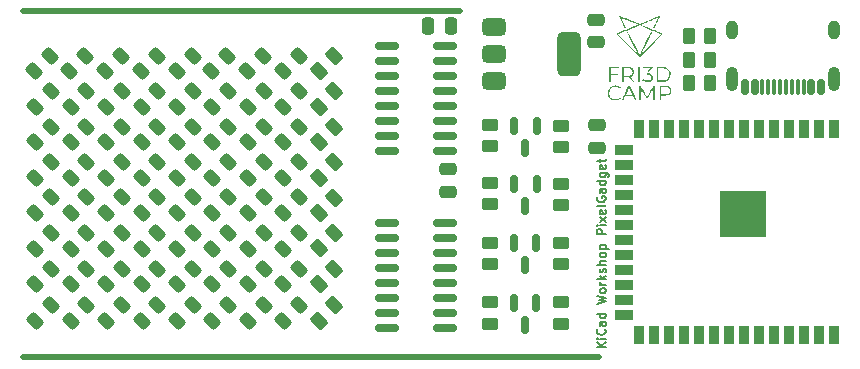
<source format=gbr>
%TF.GenerationSoftware,KiCad,Pcbnew,7.0.11-7.0.11~ubuntu22.04.1*%
%TF.CreationDate,2024-08-16T07:19:45+02:00*%
%TF.ProjectId,Fri3dGadget,46726933-6447-4616-9467-65742e6b6963,rev?*%
%TF.SameCoordinates,Original*%
%TF.FileFunction,Soldermask,Top*%
%TF.FilePolarity,Negative*%
%FSLAX46Y46*%
G04 Gerber Fmt 4.6, Leading zero omitted, Abs format (unit mm)*
G04 Created by KiCad (PCBNEW 7.0.11-7.0.11~ubuntu22.04.1) date 2024-08-16 07:19:45*
%MOMM*%
%LPD*%
G01*
G04 APERTURE LIST*
G04 Aperture macros list*
%AMRoundRect*
0 Rectangle with rounded corners*
0 $1 Rounding radius*
0 $2 $3 $4 $5 $6 $7 $8 $9 X,Y pos of 4 corners*
0 Add a 4 corners polygon primitive as box body*
4,1,4,$2,$3,$4,$5,$6,$7,$8,$9,$2,$3,0*
0 Add four circle primitives for the rounded corners*
1,1,$1+$1,$2,$3*
1,1,$1+$1,$4,$5*
1,1,$1+$1,$6,$7*
1,1,$1+$1,$8,$9*
0 Add four rect primitives between the rounded corners*
20,1,$1+$1,$2,$3,$4,$5,0*
20,1,$1+$1,$4,$5,$6,$7,0*
20,1,$1+$1,$6,$7,$8,$9,0*
20,1,$1+$1,$8,$9,$2,$3,0*%
G04 Aperture macros list end*
%ADD10C,0.500000*%
%ADD11C,0.150000*%
%ADD12RoundRect,0.250000X0.262500X0.450000X-0.262500X0.450000X-0.262500X-0.450000X0.262500X-0.450000X0*%
%ADD13RoundRect,0.250000X0.450000X-0.262500X0.450000X0.262500X-0.450000X0.262500X-0.450000X-0.262500X0*%
%ADD14RoundRect,0.243750X0.150260X-0.494975X0.494975X-0.150260X-0.150260X0.494975X-0.494975X0.150260X0*%
%ADD15RoundRect,0.250000X0.132583X-0.503814X0.503814X-0.132583X-0.132583X0.503814X-0.503814X0.132583X0*%
%ADD16RoundRect,0.250000X-0.475000X0.250000X-0.475000X-0.250000X0.475000X-0.250000X0.475000X0.250000X0*%
%ADD17RoundRect,0.375000X-0.625000X-0.375000X0.625000X-0.375000X0.625000X0.375000X-0.625000X0.375000X0*%
%ADD18RoundRect,0.500000X-0.500000X-1.400000X0.500000X-1.400000X0.500000X1.400000X-0.500000X1.400000X0*%
%ADD19RoundRect,0.250000X-0.450000X0.262500X-0.450000X-0.262500X0.450000X-0.262500X0.450000X0.262500X0*%
%ADD20R,0.900000X1.500000*%
%ADD21R,1.500000X0.900000*%
%ADD22C,0.600000*%
%ADD23R,3.900000X3.900000*%
%ADD24RoundRect,0.150000X-0.150000X0.587500X-0.150000X-0.587500X0.150000X-0.587500X0.150000X0.587500X0*%
%ADD25RoundRect,0.250000X0.250000X0.475000X-0.250000X0.475000X-0.250000X-0.475000X0.250000X-0.475000X0*%
%ADD26RoundRect,0.150000X-0.825000X-0.150000X0.825000X-0.150000X0.825000X0.150000X-0.825000X0.150000X0*%
%ADD27RoundRect,0.150000X0.150000X0.500000X-0.150000X0.500000X-0.150000X-0.500000X0.150000X-0.500000X0*%
%ADD28RoundRect,0.075000X0.075000X0.575000X-0.075000X0.575000X-0.075000X-0.575000X0.075000X-0.575000X0*%
%ADD29O,1.000000X2.100000*%
%ADD30O,1.000000X1.600000*%
%ADD31RoundRect,0.250000X0.475000X-0.250000X0.475000X0.250000X-0.475000X0.250000X-0.475000X-0.250000X0*%
G04 APERTURE END LIST*
D10*
X103600000Y-43900000D02*
X66600000Y-43900000D01*
X115350000Y-73200000D02*
X66600000Y-73200000D01*
D11*
X115900414Y-72372744D02*
X115150414Y-72372744D01*
X115900414Y-71944173D02*
X115471842Y-72265601D01*
X115150414Y-71944173D02*
X115578985Y-72372744D01*
X115900414Y-71622744D02*
X115400414Y-71622744D01*
X115150414Y-71622744D02*
X115186128Y-71658458D01*
X115186128Y-71658458D02*
X115221842Y-71622744D01*
X115221842Y-71622744D02*
X115186128Y-71587030D01*
X115186128Y-71587030D02*
X115150414Y-71622744D01*
X115150414Y-71622744D02*
X115221842Y-71622744D01*
X115828985Y-70837030D02*
X115864700Y-70872744D01*
X115864700Y-70872744D02*
X115900414Y-70979887D01*
X115900414Y-70979887D02*
X115900414Y-71051315D01*
X115900414Y-71051315D02*
X115864700Y-71158458D01*
X115864700Y-71158458D02*
X115793271Y-71229887D01*
X115793271Y-71229887D02*
X115721842Y-71265601D01*
X115721842Y-71265601D02*
X115578985Y-71301315D01*
X115578985Y-71301315D02*
X115471842Y-71301315D01*
X115471842Y-71301315D02*
X115328985Y-71265601D01*
X115328985Y-71265601D02*
X115257557Y-71229887D01*
X115257557Y-71229887D02*
X115186128Y-71158458D01*
X115186128Y-71158458D02*
X115150414Y-71051315D01*
X115150414Y-71051315D02*
X115150414Y-70979887D01*
X115150414Y-70979887D02*
X115186128Y-70872744D01*
X115186128Y-70872744D02*
X115221842Y-70837030D01*
X115900414Y-70194173D02*
X115507557Y-70194173D01*
X115507557Y-70194173D02*
X115436128Y-70229887D01*
X115436128Y-70229887D02*
X115400414Y-70301315D01*
X115400414Y-70301315D02*
X115400414Y-70444173D01*
X115400414Y-70444173D02*
X115436128Y-70515601D01*
X115864700Y-70194173D02*
X115900414Y-70265601D01*
X115900414Y-70265601D02*
X115900414Y-70444173D01*
X115900414Y-70444173D02*
X115864700Y-70515601D01*
X115864700Y-70515601D02*
X115793271Y-70551315D01*
X115793271Y-70551315D02*
X115721842Y-70551315D01*
X115721842Y-70551315D02*
X115650414Y-70515601D01*
X115650414Y-70515601D02*
X115614700Y-70444173D01*
X115614700Y-70444173D02*
X115614700Y-70265601D01*
X115614700Y-70265601D02*
X115578985Y-70194173D01*
X115900414Y-69515602D02*
X115150414Y-69515602D01*
X115864700Y-69515602D02*
X115900414Y-69587030D01*
X115900414Y-69587030D02*
X115900414Y-69729887D01*
X115900414Y-69729887D02*
X115864700Y-69801316D01*
X115864700Y-69801316D02*
X115828985Y-69837030D01*
X115828985Y-69837030D02*
X115757557Y-69872744D01*
X115757557Y-69872744D02*
X115543271Y-69872744D01*
X115543271Y-69872744D02*
X115471842Y-69837030D01*
X115471842Y-69837030D02*
X115436128Y-69801316D01*
X115436128Y-69801316D02*
X115400414Y-69729887D01*
X115400414Y-69729887D02*
X115400414Y-69587030D01*
X115400414Y-69587030D02*
X115436128Y-69515602D01*
X115150414Y-68658459D02*
X115900414Y-68479887D01*
X115900414Y-68479887D02*
X115364700Y-68337030D01*
X115364700Y-68337030D02*
X115900414Y-68194173D01*
X115900414Y-68194173D02*
X115150414Y-68015602D01*
X115900414Y-67622744D02*
X115864700Y-67694173D01*
X115864700Y-67694173D02*
X115828985Y-67729887D01*
X115828985Y-67729887D02*
X115757557Y-67765601D01*
X115757557Y-67765601D02*
X115543271Y-67765601D01*
X115543271Y-67765601D02*
X115471842Y-67729887D01*
X115471842Y-67729887D02*
X115436128Y-67694173D01*
X115436128Y-67694173D02*
X115400414Y-67622744D01*
X115400414Y-67622744D02*
X115400414Y-67515601D01*
X115400414Y-67515601D02*
X115436128Y-67444173D01*
X115436128Y-67444173D02*
X115471842Y-67408459D01*
X115471842Y-67408459D02*
X115543271Y-67372744D01*
X115543271Y-67372744D02*
X115757557Y-67372744D01*
X115757557Y-67372744D02*
X115828985Y-67408459D01*
X115828985Y-67408459D02*
X115864700Y-67444173D01*
X115864700Y-67444173D02*
X115900414Y-67515601D01*
X115900414Y-67515601D02*
X115900414Y-67622744D01*
X115900414Y-67051316D02*
X115400414Y-67051316D01*
X115543271Y-67051316D02*
X115471842Y-67015602D01*
X115471842Y-67015602D02*
X115436128Y-66979888D01*
X115436128Y-66979888D02*
X115400414Y-66908459D01*
X115400414Y-66908459D02*
X115400414Y-66837030D01*
X115900414Y-66587030D02*
X115150414Y-66587030D01*
X115614700Y-66515602D02*
X115900414Y-66301316D01*
X115400414Y-66301316D02*
X115686128Y-66587030D01*
X115864700Y-66015601D02*
X115900414Y-65944173D01*
X115900414Y-65944173D02*
X115900414Y-65801316D01*
X115900414Y-65801316D02*
X115864700Y-65729887D01*
X115864700Y-65729887D02*
X115793271Y-65694173D01*
X115793271Y-65694173D02*
X115757557Y-65694173D01*
X115757557Y-65694173D02*
X115686128Y-65729887D01*
X115686128Y-65729887D02*
X115650414Y-65801316D01*
X115650414Y-65801316D02*
X115650414Y-65908459D01*
X115650414Y-65908459D02*
X115614700Y-65979887D01*
X115614700Y-65979887D02*
X115543271Y-66015601D01*
X115543271Y-66015601D02*
X115507557Y-66015601D01*
X115507557Y-66015601D02*
X115436128Y-65979887D01*
X115436128Y-65979887D02*
X115400414Y-65908459D01*
X115400414Y-65908459D02*
X115400414Y-65801316D01*
X115400414Y-65801316D02*
X115436128Y-65729887D01*
X115900414Y-65372744D02*
X115150414Y-65372744D01*
X115900414Y-65051316D02*
X115507557Y-65051316D01*
X115507557Y-65051316D02*
X115436128Y-65087030D01*
X115436128Y-65087030D02*
X115400414Y-65158458D01*
X115400414Y-65158458D02*
X115400414Y-65265601D01*
X115400414Y-65265601D02*
X115436128Y-65337030D01*
X115436128Y-65337030D02*
X115471842Y-65372744D01*
X115900414Y-64587030D02*
X115864700Y-64658459D01*
X115864700Y-64658459D02*
X115828985Y-64694173D01*
X115828985Y-64694173D02*
X115757557Y-64729887D01*
X115757557Y-64729887D02*
X115543271Y-64729887D01*
X115543271Y-64729887D02*
X115471842Y-64694173D01*
X115471842Y-64694173D02*
X115436128Y-64658459D01*
X115436128Y-64658459D02*
X115400414Y-64587030D01*
X115400414Y-64587030D02*
X115400414Y-64479887D01*
X115400414Y-64479887D02*
X115436128Y-64408459D01*
X115436128Y-64408459D02*
X115471842Y-64372745D01*
X115471842Y-64372745D02*
X115543271Y-64337030D01*
X115543271Y-64337030D02*
X115757557Y-64337030D01*
X115757557Y-64337030D02*
X115828985Y-64372745D01*
X115828985Y-64372745D02*
X115864700Y-64408459D01*
X115864700Y-64408459D02*
X115900414Y-64479887D01*
X115900414Y-64479887D02*
X115900414Y-64587030D01*
X115400414Y-64015602D02*
X116150414Y-64015602D01*
X115436128Y-64015602D02*
X115400414Y-63944174D01*
X115400414Y-63944174D02*
X115400414Y-63801316D01*
X115400414Y-63801316D02*
X115436128Y-63729888D01*
X115436128Y-63729888D02*
X115471842Y-63694174D01*
X115471842Y-63694174D02*
X115543271Y-63658459D01*
X115543271Y-63658459D02*
X115757557Y-63658459D01*
X115757557Y-63658459D02*
X115828985Y-63694174D01*
X115828985Y-63694174D02*
X115864700Y-63729888D01*
X115864700Y-63729888D02*
X115900414Y-63801316D01*
X115900414Y-63801316D02*
X115900414Y-63944174D01*
X115900414Y-63944174D02*
X115864700Y-64015602D01*
X115900414Y-62765602D02*
X115150414Y-62765602D01*
X115150414Y-62765602D02*
X115150414Y-62479888D01*
X115150414Y-62479888D02*
X115186128Y-62408459D01*
X115186128Y-62408459D02*
X115221842Y-62372745D01*
X115221842Y-62372745D02*
X115293271Y-62337031D01*
X115293271Y-62337031D02*
X115400414Y-62337031D01*
X115400414Y-62337031D02*
X115471842Y-62372745D01*
X115471842Y-62372745D02*
X115507557Y-62408459D01*
X115507557Y-62408459D02*
X115543271Y-62479888D01*
X115543271Y-62479888D02*
X115543271Y-62765602D01*
X115900414Y-62015602D02*
X115400414Y-62015602D01*
X115150414Y-62015602D02*
X115186128Y-62051316D01*
X115186128Y-62051316D02*
X115221842Y-62015602D01*
X115221842Y-62015602D02*
X115186128Y-61979888D01*
X115186128Y-61979888D02*
X115150414Y-62015602D01*
X115150414Y-62015602D02*
X115221842Y-62015602D01*
X115900414Y-61729888D02*
X115400414Y-61337031D01*
X115400414Y-61729888D02*
X115900414Y-61337031D01*
X115864700Y-60765602D02*
X115900414Y-60837030D01*
X115900414Y-60837030D02*
X115900414Y-60979888D01*
X115900414Y-60979888D02*
X115864700Y-61051316D01*
X115864700Y-61051316D02*
X115793271Y-61087030D01*
X115793271Y-61087030D02*
X115507557Y-61087030D01*
X115507557Y-61087030D02*
X115436128Y-61051316D01*
X115436128Y-61051316D02*
X115400414Y-60979888D01*
X115400414Y-60979888D02*
X115400414Y-60837030D01*
X115400414Y-60837030D02*
X115436128Y-60765602D01*
X115436128Y-60765602D02*
X115507557Y-60729888D01*
X115507557Y-60729888D02*
X115578985Y-60729888D01*
X115578985Y-60729888D02*
X115650414Y-61087030D01*
X115900414Y-60301316D02*
X115864700Y-60372745D01*
X115864700Y-60372745D02*
X115793271Y-60408459D01*
X115793271Y-60408459D02*
X115150414Y-60408459D01*
X115186128Y-59622745D02*
X115150414Y-59694174D01*
X115150414Y-59694174D02*
X115150414Y-59801316D01*
X115150414Y-59801316D02*
X115186128Y-59908459D01*
X115186128Y-59908459D02*
X115257557Y-59979888D01*
X115257557Y-59979888D02*
X115328985Y-60015602D01*
X115328985Y-60015602D02*
X115471842Y-60051316D01*
X115471842Y-60051316D02*
X115578985Y-60051316D01*
X115578985Y-60051316D02*
X115721842Y-60015602D01*
X115721842Y-60015602D02*
X115793271Y-59979888D01*
X115793271Y-59979888D02*
X115864700Y-59908459D01*
X115864700Y-59908459D02*
X115900414Y-59801316D01*
X115900414Y-59801316D02*
X115900414Y-59729888D01*
X115900414Y-59729888D02*
X115864700Y-59622745D01*
X115864700Y-59622745D02*
X115828985Y-59587031D01*
X115828985Y-59587031D02*
X115578985Y-59587031D01*
X115578985Y-59587031D02*
X115578985Y-59729888D01*
X115900414Y-58944174D02*
X115507557Y-58944174D01*
X115507557Y-58944174D02*
X115436128Y-58979888D01*
X115436128Y-58979888D02*
X115400414Y-59051316D01*
X115400414Y-59051316D02*
X115400414Y-59194174D01*
X115400414Y-59194174D02*
X115436128Y-59265602D01*
X115864700Y-58944174D02*
X115900414Y-59015602D01*
X115900414Y-59015602D02*
X115900414Y-59194174D01*
X115900414Y-59194174D02*
X115864700Y-59265602D01*
X115864700Y-59265602D02*
X115793271Y-59301316D01*
X115793271Y-59301316D02*
X115721842Y-59301316D01*
X115721842Y-59301316D02*
X115650414Y-59265602D01*
X115650414Y-59265602D02*
X115614700Y-59194174D01*
X115614700Y-59194174D02*
X115614700Y-59015602D01*
X115614700Y-59015602D02*
X115578985Y-58944174D01*
X115900414Y-58265603D02*
X115150414Y-58265603D01*
X115864700Y-58265603D02*
X115900414Y-58337031D01*
X115900414Y-58337031D02*
X115900414Y-58479888D01*
X115900414Y-58479888D02*
X115864700Y-58551317D01*
X115864700Y-58551317D02*
X115828985Y-58587031D01*
X115828985Y-58587031D02*
X115757557Y-58622745D01*
X115757557Y-58622745D02*
X115543271Y-58622745D01*
X115543271Y-58622745D02*
X115471842Y-58587031D01*
X115471842Y-58587031D02*
X115436128Y-58551317D01*
X115436128Y-58551317D02*
X115400414Y-58479888D01*
X115400414Y-58479888D02*
X115400414Y-58337031D01*
X115400414Y-58337031D02*
X115436128Y-58265603D01*
X115400414Y-57587032D02*
X116007557Y-57587032D01*
X116007557Y-57587032D02*
X116078985Y-57622746D01*
X116078985Y-57622746D02*
X116114700Y-57658460D01*
X116114700Y-57658460D02*
X116150414Y-57729889D01*
X116150414Y-57729889D02*
X116150414Y-57837032D01*
X116150414Y-57837032D02*
X116114700Y-57908460D01*
X115864700Y-57587032D02*
X115900414Y-57658460D01*
X115900414Y-57658460D02*
X115900414Y-57801317D01*
X115900414Y-57801317D02*
X115864700Y-57872746D01*
X115864700Y-57872746D02*
X115828985Y-57908460D01*
X115828985Y-57908460D02*
X115757557Y-57944174D01*
X115757557Y-57944174D02*
X115543271Y-57944174D01*
X115543271Y-57944174D02*
X115471842Y-57908460D01*
X115471842Y-57908460D02*
X115436128Y-57872746D01*
X115436128Y-57872746D02*
X115400414Y-57801317D01*
X115400414Y-57801317D02*
X115400414Y-57658460D01*
X115400414Y-57658460D02*
X115436128Y-57587032D01*
X115864700Y-56944175D02*
X115900414Y-57015603D01*
X115900414Y-57015603D02*
X115900414Y-57158461D01*
X115900414Y-57158461D02*
X115864700Y-57229889D01*
X115864700Y-57229889D02*
X115793271Y-57265603D01*
X115793271Y-57265603D02*
X115507557Y-57265603D01*
X115507557Y-57265603D02*
X115436128Y-57229889D01*
X115436128Y-57229889D02*
X115400414Y-57158461D01*
X115400414Y-57158461D02*
X115400414Y-57015603D01*
X115400414Y-57015603D02*
X115436128Y-56944175D01*
X115436128Y-56944175D02*
X115507557Y-56908461D01*
X115507557Y-56908461D02*
X115578985Y-56908461D01*
X115578985Y-56908461D02*
X115650414Y-57265603D01*
X115400414Y-56694175D02*
X115400414Y-56408461D01*
X115150414Y-56587032D02*
X115793271Y-56587032D01*
X115793271Y-56587032D02*
X115864700Y-56551318D01*
X115864700Y-56551318D02*
X115900414Y-56479889D01*
X115900414Y-56479889D02*
X115900414Y-56408461D01*
%TO.C,G\u002A\u002A\u002A*%
G36*
X118769953Y-49246818D02*
G01*
X118769953Y-49875334D01*
X118700118Y-49875334D01*
X118630283Y-49875334D01*
X118630283Y-49246818D01*
X118630283Y-48618303D01*
X118700118Y-48618303D01*
X118769953Y-48618303D01*
X118769953Y-49246818D01*
G37*
G36*
X117054007Y-48668185D02*
G01*
X117054007Y-48718068D01*
X116684879Y-48718068D01*
X116315750Y-48718068D01*
X116315750Y-48966984D01*
X116315750Y-49215901D01*
X116639985Y-49221383D01*
X116964219Y-49226866D01*
X116970532Y-49281736D01*
X116976846Y-49336606D01*
X116646298Y-49336606D01*
X116315750Y-49336606D01*
X116315750Y-49605970D01*
X116315750Y-49875334D01*
X116245915Y-49875334D01*
X116176080Y-49875334D01*
X116176080Y-49246818D01*
X116176080Y-48618303D01*
X116615043Y-48618303D01*
X117054007Y-48618303D01*
X117054007Y-48668185D01*
G37*
G36*
X120934171Y-50196483D02*
G01*
X121053500Y-50203170D01*
X121146189Y-50216107D01*
X121218801Y-50236760D01*
X121277900Y-50266595D01*
X121330049Y-50307078D01*
X121343952Y-50320183D01*
X121391719Y-50375338D01*
X121429693Y-50433838D01*
X121436609Y-50448338D01*
X121458083Y-50536272D01*
X121461138Y-50640910D01*
X121446319Y-50743842D01*
X121426086Y-50803968D01*
X121372717Y-50891751D01*
X121299690Y-50958664D01*
X121203017Y-51006372D01*
X121078715Y-51036540D01*
X120922798Y-51050837D01*
X120831453Y-51052553D01*
X120605617Y-51052553D01*
X120605617Y-51252082D01*
X120605617Y-51451610D01*
X120535782Y-51451610D01*
X120465947Y-51451610D01*
X120465947Y-50823095D01*
X120465947Y-50288956D01*
X120605617Y-50288956D01*
X120605617Y-50610896D01*
X120605617Y-50932836D01*
X120840824Y-50932836D01*
X120946631Y-50931892D01*
X121022328Y-50928157D01*
X121077685Y-50920272D01*
X121122472Y-50906880D01*
X121163890Y-50887942D01*
X121250466Y-50832215D01*
X121302820Y-50766992D01*
X121326631Y-50683359D01*
X121329621Y-50627882D01*
X121316408Y-50518050D01*
X121274544Y-50433027D01*
X121200691Y-50366774D01*
X121177648Y-50352890D01*
X121136395Y-50332904D01*
X121090144Y-50318905D01*
X121029805Y-50309374D01*
X120946284Y-50302792D01*
X120851617Y-50298433D01*
X120605617Y-50288956D01*
X120465947Y-50288956D01*
X120465947Y-50194580D01*
X120781638Y-50194580D01*
X120934171Y-50196483D01*
G37*
G36*
X120570699Y-48621921D02*
G01*
X120703028Y-48624802D01*
X120802569Y-48628348D01*
X120876438Y-48633364D01*
X120931754Y-48640653D01*
X120975634Y-48651020D01*
X121015194Y-48665268D01*
X121036575Y-48674547D01*
X121167182Y-48754175D01*
X121270693Y-48860940D01*
X121344102Y-48990164D01*
X121384403Y-49137169D01*
X121391402Y-49226629D01*
X121380530Y-49379106D01*
X121342084Y-49508298D01*
X121272879Y-49622508D01*
X121214174Y-49688390D01*
X121145547Y-49750023D01*
X121074361Y-49797020D01*
X120994014Y-49831168D01*
X120897904Y-49854253D01*
X120779430Y-49868065D01*
X120631990Y-49874389D01*
X120523704Y-49875334D01*
X120206560Y-49875334D01*
X120206560Y-49759290D01*
X120325596Y-49759290D01*
X120620241Y-49752073D01*
X120739691Y-49748456D01*
X120827085Y-49743672D01*
X120890271Y-49736675D01*
X120937097Y-49726421D01*
X120975414Y-49711862D01*
X120994698Y-49702181D01*
X121106277Y-49621306D01*
X121190096Y-49516660D01*
X121243874Y-49395184D01*
X121265329Y-49263820D01*
X121252178Y-49129512D01*
X121216508Y-49027337D01*
X121150319Y-48918549D01*
X121063795Y-48836522D01*
X120954792Y-48775334D01*
X120907009Y-48756260D01*
X120858190Y-48743342D01*
X120798909Y-48735374D01*
X120719737Y-48731149D01*
X120611247Y-48729460D01*
X120595640Y-48729370D01*
X120336253Y-48728044D01*
X120330924Y-49243667D01*
X120325596Y-49759290D01*
X120206560Y-49759290D01*
X120206560Y-49245234D01*
X120206560Y-48615134D01*
X120570699Y-48621921D01*
G37*
G36*
X116886024Y-50197954D02*
G01*
X117018362Y-50235060D01*
X117124772Y-50298043D01*
X117148504Y-50318722D01*
X117178065Y-50350450D01*
X117179530Y-50373121D01*
X117160625Y-50397558D01*
X117129346Y-50425767D01*
X117099631Y-50429871D01*
X117059345Y-50408784D01*
X117027734Y-50385632D01*
X116928569Y-50332662D01*
X116809127Y-50303723D01*
X116681552Y-50299586D01*
X116557991Y-50321017D01*
X116481547Y-50351053D01*
X116369922Y-50428431D01*
X116285373Y-50528684D01*
X116228786Y-50645099D01*
X116201046Y-50770963D01*
X116203040Y-50899563D01*
X116235652Y-51024185D01*
X116299770Y-51138117D01*
X116367994Y-51211573D01*
X116455646Y-51277197D01*
X116545297Y-51317180D01*
X116650349Y-51336196D01*
X116734761Y-51339532D01*
X116858087Y-51331194D01*
X116956183Y-51302991D01*
X117040322Y-51251175D01*
X117065388Y-51229683D01*
X117095270Y-51205734D01*
X117117198Y-51207105D01*
X117147819Y-51235776D01*
X117151753Y-51239958D01*
X117196808Y-51287916D01*
X117107103Y-51349634D01*
X116967093Y-51422305D01*
X116812450Y-51459876D01*
X116649694Y-51461083D01*
X116583260Y-51451000D01*
X116435812Y-51402977D01*
X116308002Y-51324308D01*
X116203382Y-51220254D01*
X116125502Y-51096077D01*
X116077912Y-50957039D01*
X116064163Y-50808402D01*
X116076787Y-50700429D01*
X116111429Y-50575458D01*
X116162140Y-50474474D01*
X116237025Y-50382359D01*
X116259234Y-50360145D01*
X116358429Y-50277946D01*
X116461612Y-50224178D01*
X116579558Y-50194806D01*
X116723044Y-50185794D01*
X116724784Y-50185793D01*
X116886024Y-50197954D01*
G37*
G36*
X120066890Y-50821831D02*
G01*
X120066890Y-51451610D01*
X119997403Y-51451610D01*
X119927917Y-51451610D01*
X119922580Y-50959136D01*
X119917243Y-50466662D01*
X119677809Y-50879704D01*
X119598052Y-51016053D01*
X119535066Y-51120625D01*
X119486609Y-51196730D01*
X119450442Y-51247675D01*
X119424323Y-51276772D01*
X119406012Y-51287327D01*
X119401743Y-51287379D01*
X119377360Y-51267413D01*
X119335270Y-51212382D01*
X119275826Y-51122805D01*
X119199378Y-50999204D01*
X119136060Y-50892930D01*
X119069210Y-50779916D01*
X119008387Y-50678119D01*
X118956733Y-50592712D01*
X118917388Y-50528868D01*
X118893491Y-50491760D01*
X118888363Y-50484894D01*
X118882383Y-50497845D01*
X118877439Y-50548139D01*
X118873629Y-50633225D01*
X118871055Y-50750549D01*
X118869817Y-50897561D01*
X118869717Y-50958775D01*
X118869717Y-51451610D01*
X118809859Y-51451610D01*
X118750000Y-51451610D01*
X118750000Y-50823095D01*
X118750000Y-50194580D01*
X118805117Y-50194580D01*
X118823032Y-50196822D01*
X118841369Y-50206105D01*
X118862830Y-50226261D01*
X118890119Y-50261125D01*
X118925937Y-50314529D01*
X118972988Y-50390308D01*
X119033974Y-50492294D01*
X119111598Y-50624321D01*
X119128672Y-50653496D01*
X119200301Y-50775280D01*
X119265520Y-50884884D01*
X119321604Y-50977830D01*
X119365827Y-51049642D01*
X119395464Y-51095844D01*
X119407766Y-51111962D01*
X119420162Y-51095265D01*
X119449620Y-51048452D01*
X119493422Y-50976064D01*
X119548849Y-50882641D01*
X119613180Y-50772725D01*
X119679567Y-50658034D01*
X119758825Y-50520787D01*
X119821163Y-50414280D01*
X119869372Y-50334559D01*
X119906244Y-50277664D01*
X119934567Y-50239640D01*
X119957134Y-50216530D01*
X119976735Y-50204377D01*
X119996160Y-50199223D01*
X120003801Y-50198304D01*
X120066890Y-50192051D01*
X120066890Y-50821831D01*
G37*
G36*
X119596184Y-48618526D02*
G01*
X119699171Y-48619485D01*
X119772322Y-48621619D01*
X119820671Y-48625363D01*
X119849252Y-48631156D01*
X119863100Y-48639433D01*
X119867249Y-48650633D01*
X119867361Y-48653816D01*
X119855466Y-48681502D01*
X119822767Y-48733523D01*
X119773738Y-48803338D01*
X119712857Y-48884403D01*
X119686655Y-48917923D01*
X119505949Y-49146517D01*
X119610574Y-49173025D01*
X119683234Y-49196579D01*
X119749348Y-49226396D01*
X119773652Y-49241154D01*
X119831429Y-49301801D01*
X119877262Y-49385802D01*
X119903262Y-49476814D01*
X119906390Y-49516182D01*
X119894278Y-49594046D01*
X119863069Y-49678392D01*
X119820455Y-49751079D01*
X119794625Y-49779797D01*
X119715085Y-49829261D01*
X119609714Y-49865098D01*
X119490984Y-49884891D01*
X119371364Y-49886221D01*
X119298704Y-49875967D01*
X119173293Y-49840366D01*
X119073596Y-49791686D01*
X119046706Y-49773727D01*
X119009591Y-49742611D01*
X119001695Y-49716163D01*
X119012108Y-49689424D01*
X119031025Y-49654117D01*
X119039142Y-49640440D01*
X119057538Y-49646118D01*
X119101220Y-49666298D01*
X119155234Y-49693759D01*
X119282712Y-49745219D01*
X119410090Y-49768175D01*
X119529998Y-49762866D01*
X119635065Y-49729533D01*
X119710891Y-49675722D01*
X119747729Y-49630566D01*
X119764270Y-49581107D01*
X119767596Y-49522157D01*
X119755109Y-49427848D01*
X119715725Y-49356850D01*
X119646564Y-49306671D01*
X119544744Y-49274818D01*
X119468804Y-49263675D01*
X119402067Y-49255279D01*
X119365936Y-49244798D01*
X119351191Y-49227611D01*
X119348586Y-49203381D01*
X119361734Y-49165592D01*
X119399521Y-49102372D01*
X119459463Y-49017565D01*
X119517667Y-48941848D01*
X119686747Y-48728044D01*
X119368020Y-48722561D01*
X119049293Y-48717079D01*
X119049293Y-48667691D01*
X119049293Y-48618303D01*
X119458327Y-48618303D01*
X119596184Y-48618526D01*
G37*
G36*
X117781018Y-48620144D02*
G01*
X117899717Y-48626709D01*
X117991731Y-48639566D01*
X118063605Y-48660279D01*
X118121889Y-48690414D01*
X118173128Y-48731539D01*
X118195328Y-48753728D01*
X118266540Y-48850483D01*
X118303491Y-48959012D01*
X118311037Y-49050908D01*
X118294618Y-49165681D01*
X118249150Y-49270956D01*
X118180324Y-49357336D01*
X118093825Y-49415426D01*
X118089212Y-49417389D01*
X118049237Y-49436128D01*
X118031729Y-49448656D01*
X118031697Y-49448929D01*
X118042497Y-49466485D01*
X118071300Y-49508757D01*
X118112711Y-49568133D01*
X118161337Y-49637002D01*
X118211782Y-49707754D01*
X118258652Y-49772776D01*
X118296552Y-49824458D01*
X118316244Y-49850393D01*
X118320011Y-49866755D01*
X118293318Y-49873869D01*
X118258610Y-49874662D01*
X118225151Y-49872972D01*
X118197863Y-49864921D01*
X118170820Y-49845027D01*
X118138093Y-49807811D01*
X118093755Y-49747792D01*
X118042772Y-49675133D01*
X117904201Y-49476276D01*
X117678633Y-49476276D01*
X117453064Y-49476276D01*
X117453064Y-49675805D01*
X117453064Y-49875334D01*
X117383229Y-49875334D01*
X117313394Y-49875334D01*
X117313394Y-49246818D01*
X117313394Y-48712680D01*
X117453064Y-48712680D01*
X117453064Y-49034620D01*
X117453064Y-49356559D01*
X117693139Y-49356559D01*
X117830090Y-49353610D01*
X117931478Y-49344877D01*
X117995383Y-49330532D01*
X117998352Y-49329343D01*
X118054859Y-49295324D01*
X118109642Y-49246829D01*
X118117428Y-49238024D01*
X118149272Y-49193332D01*
X118165592Y-49146382D01*
X118171111Y-49081044D01*
X118171367Y-49053826D01*
X118161942Y-48947628D01*
X118130494Y-48868388D01*
X118072263Y-48807083D01*
X118025095Y-48776613D01*
X117983842Y-48756628D01*
X117937591Y-48742629D01*
X117877252Y-48733097D01*
X117793731Y-48726515D01*
X117699064Y-48722157D01*
X117453064Y-48712680D01*
X117313394Y-48712680D01*
X117313394Y-48618303D01*
X117629085Y-48618303D01*
X117781018Y-48620144D01*
G37*
G36*
X117890255Y-50195202D02*
G01*
X117961862Y-50195825D01*
X118221249Y-50767219D01*
X118286224Y-50910466D01*
X118346812Y-51044267D01*
X118400787Y-51163684D01*
X118445919Y-51263779D01*
X118479980Y-51339612D01*
X118500741Y-51386245D01*
X118505109Y-51396288D01*
X118529582Y-51453963D01*
X118456993Y-51447799D01*
X118421782Y-51443110D01*
X118396105Y-51431271D01*
X118373777Y-51404912D01*
X118348615Y-51356663D01*
X118314434Y-51279156D01*
X118313329Y-51276590D01*
X118242253Y-51111546D01*
X117885943Y-51116967D01*
X117529634Y-51122388D01*
X117458034Y-51286999D01*
X117423366Y-51365092D01*
X117398236Y-51413519D01*
X117376614Y-51439362D01*
X117352472Y-51449698D01*
X117319779Y-51451609D01*
X117317850Y-51451610D01*
X117271745Y-51447412D01*
X117258154Y-51432534D01*
X117260477Y-51422395D01*
X117271217Y-51397741D01*
X117296507Y-51341299D01*
X117334305Y-51257578D01*
X117382570Y-51151084D01*
X117439260Y-51026323D01*
X117451919Y-50998521D01*
X117592734Y-50998521D01*
X117611540Y-51003420D01*
X117663378Y-51007583D01*
X117741375Y-51010685D01*
X117838658Y-51012406D01*
X117894162Y-51012647D01*
X118014324Y-51011916D01*
X118099053Y-51009468D01*
X118152798Y-51004921D01*
X118180009Y-50997894D01*
X118185137Y-50988005D01*
X118185016Y-50987706D01*
X118158445Y-50926344D01*
X118122890Y-50846058D01*
X118081585Y-50753943D01*
X118037765Y-50657096D01*
X117994663Y-50562612D01*
X117955514Y-50477587D01*
X117923552Y-50409117D01*
X117902012Y-50364297D01*
X117894447Y-50350227D01*
X117883747Y-50363738D01*
X117860199Y-50406911D01*
X117827001Y-50472873D01*
X117787352Y-50554749D01*
X117744453Y-50645665D01*
X117701502Y-50738747D01*
X117661698Y-50827121D01*
X117628241Y-50903912D01*
X117604329Y-50962247D01*
X117593163Y-50995251D01*
X117592734Y-50998521D01*
X117451919Y-50998521D01*
X117502334Y-50887802D01*
X117545168Y-50793880D01*
X117818648Y-50194580D01*
X117890255Y-50195202D01*
G37*
G36*
X117053069Y-44282840D02*
G01*
X117111525Y-44306043D01*
X117199167Y-44341381D01*
X117312153Y-44387287D01*
X117446639Y-44442198D01*
X117598784Y-44504548D01*
X117764743Y-44572772D01*
X117914931Y-44634680D01*
X118765879Y-44985867D01*
X119638370Y-44626401D01*
X119814110Y-44554246D01*
X119978375Y-44487284D01*
X120127530Y-44426963D01*
X120257943Y-44374729D01*
X120365981Y-44332028D01*
X120448010Y-44300308D01*
X120500399Y-44281013D01*
X120519491Y-44275566D01*
X120513509Y-44295140D01*
X120491826Y-44344715D01*
X120457156Y-44418889D01*
X120412211Y-44512261D01*
X120359706Y-44619428D01*
X120302353Y-44734989D01*
X120242866Y-44853541D01*
X120183958Y-44969682D01*
X120128342Y-45078012D01*
X120078732Y-45173126D01*
X120037841Y-45249625D01*
X120008383Y-45302105D01*
X119993070Y-45325165D01*
X119991992Y-45325775D01*
X119963973Y-45315935D01*
X119947172Y-45306490D01*
X119939913Y-45295282D01*
X119941292Y-45272857D01*
X119953002Y-45235065D01*
X119976736Y-45177752D01*
X120014184Y-45096768D01*
X120067041Y-44987960D01*
X120122825Y-44875549D01*
X120180992Y-44758233D01*
X120232252Y-44653393D01*
X120274190Y-44566089D01*
X120304392Y-44501379D01*
X120320443Y-44464324D01*
X120322322Y-44457501D01*
X120303371Y-44463497D01*
X120252492Y-44482854D01*
X120174582Y-44513560D01*
X120074540Y-44553605D01*
X119957264Y-44600978D01*
X119827652Y-44653670D01*
X119690602Y-44709669D01*
X119551013Y-44766966D01*
X119413783Y-44823549D01*
X119283809Y-44877408D01*
X119165991Y-44926533D01*
X119065226Y-44968914D01*
X118986413Y-45002539D01*
X118934449Y-45025398D01*
X118914276Y-45035436D01*
X118922398Y-45048920D01*
X118951750Y-45063746D01*
X119001661Y-45083349D01*
X119080110Y-45114950D01*
X119182730Y-45156736D01*
X119305157Y-45206894D01*
X119443022Y-45263613D01*
X119591962Y-45325079D01*
X119747609Y-45389479D01*
X119905598Y-45455000D01*
X120061562Y-45519831D01*
X120211136Y-45582158D01*
X120349953Y-45640168D01*
X120473648Y-45692049D01*
X120577854Y-45735987D01*
X120658206Y-45770171D01*
X120710337Y-45792788D01*
X120729861Y-45802003D01*
X120718532Y-45818055D01*
X120681113Y-45859948D01*
X120619823Y-45925399D01*
X120536882Y-46012124D01*
X120434510Y-46117838D01*
X120314925Y-46240259D01*
X120180347Y-46377102D01*
X120032997Y-46526083D01*
X119875092Y-46684919D01*
X119752096Y-46808117D01*
X118759828Y-47800236D01*
X117763970Y-46804230D01*
X116804829Y-45844945D01*
X116954375Y-45844945D01*
X116968081Y-45860470D01*
X117007600Y-45901649D01*
X117070461Y-45965984D01*
X117154193Y-46050978D01*
X117256323Y-46154135D01*
X117374380Y-46272957D01*
X117505893Y-46404948D01*
X117648390Y-46547611D01*
X117783883Y-46682965D01*
X118613523Y-47510919D01*
X118161498Y-46605161D01*
X118058397Y-46398326D01*
X117972093Y-46224304D01*
X117901445Y-46080261D01*
X117845309Y-45963366D01*
X117802542Y-45870786D01*
X117772001Y-45799688D01*
X117752543Y-45747239D01*
X117743026Y-45710608D01*
X117742306Y-45686961D01*
X117749241Y-45673465D01*
X117762687Y-45667289D01*
X117781502Y-45665599D01*
X117782384Y-45665584D01*
X117794863Y-45682858D01*
X117823336Y-45732607D01*
X117866089Y-45811545D01*
X117921411Y-45916384D01*
X117987587Y-46043838D01*
X118062905Y-46190621D01*
X118145651Y-46353445D01*
X118234113Y-46529023D01*
X118276190Y-46613040D01*
X118366594Y-46793345D01*
X118451903Y-46962421D01*
X118530420Y-47116982D01*
X118600451Y-47253742D01*
X118660302Y-47369416D01*
X118708277Y-47460716D01*
X118742681Y-47524358D01*
X118761821Y-47557056D01*
X118765035Y-47560801D01*
X118776566Y-47543476D01*
X118804144Y-47493692D01*
X118846073Y-47414735D01*
X118900659Y-47309890D01*
X118966207Y-47182443D01*
X119041023Y-47035680D01*
X119123411Y-46872888D01*
X119211676Y-46697351D01*
X119253880Y-46613040D01*
X119344280Y-46432746D01*
X119429581Y-46263691D01*
X119508088Y-46109159D01*
X119578107Y-45972435D01*
X119637944Y-45856804D01*
X119685905Y-45765549D01*
X119720294Y-45701955D01*
X119739419Y-45669307D01*
X119742628Y-45665584D01*
X119770728Y-45675447D01*
X119787549Y-45684922D01*
X119791970Y-45694289D01*
X119789430Y-45714692D01*
X119778684Y-45748860D01*
X119758490Y-45799527D01*
X119727603Y-45869423D01*
X119684780Y-45961281D01*
X119628775Y-46077830D01*
X119558346Y-46221804D01*
X119472249Y-46395933D01*
X119371976Y-46597460D01*
X118926473Y-47490966D01*
X119746092Y-46672990D01*
X119895445Y-46523736D01*
X120036022Y-46382864D01*
X120165336Y-46252892D01*
X120280899Y-46136340D01*
X120380223Y-46035727D01*
X120460820Y-45953572D01*
X120520201Y-45892395D01*
X120555879Y-45854715D01*
X120565711Y-45843056D01*
X120547832Y-45833326D01*
X120496555Y-45810004D01*
X120415424Y-45774596D01*
X120307981Y-45728608D01*
X120177770Y-45673544D01*
X120028332Y-45610910D01*
X119863210Y-45542212D01*
X119685948Y-45468955D01*
X119665884Y-45460693D01*
X118766056Y-45090287D01*
X117860282Y-45462583D01*
X117681287Y-45536352D01*
X117514028Y-45605666D01*
X117362037Y-45669036D01*
X117228846Y-45724969D01*
X117117987Y-45771976D01*
X117032991Y-45808565D01*
X116977392Y-45833245D01*
X116954721Y-45844527D01*
X116954375Y-45844945D01*
X116804829Y-45844945D01*
X116768113Y-45808223D01*
X116836236Y-45780004D01*
X116868269Y-45766782D01*
X116933210Y-45740017D01*
X117027066Y-45701354D01*
X117145842Y-45652437D01*
X117285544Y-45594910D01*
X117442179Y-45530420D01*
X117611752Y-45460609D01*
X117770240Y-45395369D01*
X117981018Y-45308284D01*
X118156867Y-45234871D01*
X118299972Y-45174146D01*
X118412520Y-45125124D01*
X118496697Y-45086819D01*
X118554690Y-45058246D01*
X118588685Y-45038421D01*
X118600868Y-45026359D01*
X118598284Y-45022282D01*
X118512032Y-44984987D01*
X118404892Y-44939781D01*
X118281654Y-44888583D01*
X118147108Y-44833310D01*
X118006044Y-44775883D01*
X117863253Y-44718219D01*
X117723524Y-44662237D01*
X117591647Y-44609856D01*
X117472414Y-44562994D01*
X117370614Y-44523571D01*
X117291036Y-44493505D01*
X117238473Y-44474714D01*
X117217712Y-44469118D01*
X117217582Y-44469246D01*
X117224397Y-44490680D01*
X117246821Y-44542417D01*
X117282384Y-44619182D01*
X117328620Y-44715699D01*
X117383060Y-44826694D01*
X117411920Y-44884643D01*
X117476523Y-45014090D01*
X117524851Y-45112503D01*
X117558627Y-45184463D01*
X117579575Y-45234553D01*
X117589419Y-45267354D01*
X117589883Y-45287449D01*
X117582689Y-45299418D01*
X117570870Y-45307150D01*
X117536683Y-45321842D01*
X117523411Y-45322708D01*
X117513302Y-45303867D01*
X117487652Y-45253789D01*
X117448719Y-45176949D01*
X117398763Y-45077827D01*
X117340044Y-44960897D01*
X117274823Y-44830639D01*
X117254331Y-44789641D01*
X117174583Y-44628793D01*
X117112629Y-44500913D01*
X117067484Y-44403761D01*
X117038164Y-44335094D01*
X117023684Y-44292670D01*
X117023060Y-44274247D01*
X117027641Y-44273336D01*
X117053069Y-44282840D01*
G37*
%TD*%
D12*
%TO.C,R3*%
X124762500Y-46000000D03*
X122937500Y-46000000D03*
%TD*%
D13*
%TO.C,R11*%
X112100000Y-65325000D03*
X112100000Y-63500000D03*
%TD*%
D14*
%TO.C,D51*%
X79600000Y-67017678D03*
X80925826Y-65691852D03*
%TD*%
D12*
%TO.C,R2*%
X124762500Y-48000000D03*
X122937500Y-48000000D03*
%TD*%
D15*
%TO.C,R8*%
X91600000Y-60982322D03*
X92890470Y-59691852D03*
%TD*%
D14*
%TO.C,D9*%
X67600000Y-52000000D03*
X68925826Y-50674174D03*
%TD*%
%TO.C,D41*%
X73600000Y-61000000D03*
X74925826Y-59674174D03*
%TD*%
D15*
%TO.C,R15*%
X91600000Y-63982322D03*
X92890470Y-62691852D03*
%TD*%
D14*
%TO.C,D36*%
X67600000Y-70125826D03*
X68925826Y-68800000D03*
%TD*%
D15*
%TO.C,R6*%
X91600000Y-54982322D03*
X92890470Y-53691852D03*
%TD*%
D13*
%TO.C,R17*%
X112100000Y-55412500D03*
X112100000Y-53587500D03*
%TD*%
D14*
%TO.C,D25*%
X79600000Y-55000000D03*
X80925826Y-53674174D03*
%TD*%
D16*
%TO.C,C2*%
X102550000Y-57275000D03*
X102550000Y-59175000D03*
%TD*%
D14*
%TO.C,D43*%
X73600000Y-67017678D03*
X74925826Y-65691852D03*
%TD*%
D17*
%TO.C,U4*%
X106450000Y-45200000D03*
X106450000Y-47500000D03*
D18*
X112750000Y-47500000D03*
D17*
X106450000Y-49800000D03*
%TD*%
D14*
%TO.C,D15*%
X85600000Y-52000000D03*
X86925826Y-50674174D03*
%TD*%
D15*
%TO.C,R5*%
X91600000Y-51982322D03*
X92890470Y-50691852D03*
%TD*%
D14*
%TO.C,D63*%
X88600000Y-67017678D03*
X89925826Y-65691852D03*
%TD*%
%TO.C,D10*%
X70600000Y-52000000D03*
X71925826Y-50674174D03*
%TD*%
%TO.C,D61*%
X88600000Y-61000000D03*
X89925826Y-59674174D03*
%TD*%
%TO.C,D8*%
X88600000Y-49000000D03*
X89925826Y-47674174D03*
%TD*%
%TO.C,D38*%
X70600000Y-64000000D03*
X71925826Y-62674174D03*
%TD*%
%TO.C,D58*%
X85600000Y-64000000D03*
X86925826Y-62674174D03*
%TD*%
%TO.C,D28*%
X82600000Y-58000000D03*
X83925826Y-56674174D03*
%TD*%
%TO.C,D7*%
X85560000Y-49000000D03*
X86885826Y-47674174D03*
%TD*%
%TO.C,D34*%
X67600000Y-64000000D03*
X68925826Y-62674174D03*
%TD*%
%TO.C,D27*%
X82600000Y-55000000D03*
X83925826Y-53674174D03*
%TD*%
%TO.C,D62*%
X88600000Y-64000000D03*
X89925826Y-62674174D03*
%TD*%
%TO.C,D40*%
X70600000Y-70125826D03*
X71925826Y-68800000D03*
%TD*%
%TO.C,D50*%
X79600000Y-64000000D03*
X80925826Y-62674174D03*
%TD*%
%TO.C,D48*%
X76600000Y-70125826D03*
X77925826Y-68800000D03*
%TD*%
%TO.C,D13*%
X79600000Y-52000000D03*
X80925826Y-50674174D03*
%TD*%
%TO.C,D33*%
X67600000Y-61000000D03*
X68925826Y-59674174D03*
%TD*%
D12*
%TO.C,R1*%
X124762500Y-50000000D03*
X122937500Y-50000000D03*
%TD*%
D19*
%TO.C,R14*%
X106075000Y-68537500D03*
X106075000Y-70362500D03*
%TD*%
D14*
%TO.C,D32*%
X88600000Y-58000000D03*
X89925826Y-56674174D03*
%TD*%
%TO.C,D19*%
X70600000Y-55000000D03*
X71925826Y-53674174D03*
%TD*%
%TO.C,D45*%
X76600000Y-61000000D03*
X77925826Y-59674174D03*
%TD*%
%TO.C,D17*%
X67600000Y-55000000D03*
X68925826Y-53674174D03*
%TD*%
D16*
%TO.C,C4*%
X115125000Y-53550000D03*
X115125000Y-55450000D03*
%TD*%
D14*
%TO.C,D60*%
X85600000Y-70125826D03*
X86925826Y-68800000D03*
%TD*%
D13*
%TO.C,R13*%
X112075000Y-70362500D03*
X112075000Y-68537500D03*
%TD*%
D14*
%TO.C,D14*%
X82600000Y-52000000D03*
X83925826Y-50674174D03*
%TD*%
%TO.C,D22*%
X73600000Y-58000000D03*
X74925826Y-56674174D03*
%TD*%
D19*
%TO.C,R12*%
X106100000Y-63500000D03*
X106100000Y-65325000D03*
%TD*%
D14*
%TO.C,D5*%
X79600000Y-49000000D03*
X80925826Y-47674174D03*
%TD*%
%TO.C,D37*%
X70600000Y-61000000D03*
X71925826Y-59674174D03*
%TD*%
%TO.C,D44*%
X73600000Y-70125826D03*
X74925826Y-68800000D03*
%TD*%
D20*
%TO.C,U1*%
X135220000Y-53850000D03*
X133950000Y-53850000D03*
X132680000Y-53850000D03*
X131410000Y-53850000D03*
X130140000Y-53850000D03*
X128870000Y-53850000D03*
X127600000Y-53850000D03*
X126330000Y-53850000D03*
X125060000Y-53850000D03*
X123790000Y-53850000D03*
X122520000Y-53850000D03*
X121250000Y-53850000D03*
X119980000Y-53850000D03*
X118710000Y-53850000D03*
D21*
X117460000Y-55615000D03*
X117460000Y-56885000D03*
X117460000Y-58155000D03*
X117460000Y-59425000D03*
X117460000Y-60695000D03*
X117460000Y-61965000D03*
X117460000Y-63235000D03*
X117460000Y-64505000D03*
X117460000Y-65775000D03*
X117460000Y-67045000D03*
X117460000Y-68315000D03*
X117460000Y-69585000D03*
D20*
X118710000Y-71350000D03*
X119980000Y-71350000D03*
X121250000Y-71350000D03*
X122520000Y-71350000D03*
X123790000Y-71350000D03*
X125060000Y-71350000D03*
X126330000Y-71350000D03*
X127600000Y-71350000D03*
X128870000Y-71350000D03*
X130140000Y-71350000D03*
X131410000Y-71350000D03*
X132680000Y-71350000D03*
X133950000Y-71350000D03*
X135220000Y-71350000D03*
D22*
X128200000Y-59700000D03*
X126800000Y-59700000D03*
X128900000Y-60400000D03*
X127500000Y-60400000D03*
X126100000Y-60400000D03*
X128200000Y-61100000D03*
D23*
X127500000Y-61100000D03*
D22*
X126800000Y-61100000D03*
X128900000Y-61800000D03*
X127500000Y-61800000D03*
X126100000Y-61800000D03*
X128200000Y-62500000D03*
X126800000Y-62500000D03*
%TD*%
D14*
%TO.C,D11*%
X73600000Y-52000000D03*
X74925826Y-50674174D03*
%TD*%
D24*
%TO.C,Q1*%
X110050000Y-58537500D03*
X108150000Y-58537500D03*
X109100000Y-60412500D03*
%TD*%
%TO.C,Q5*%
X110050000Y-53625000D03*
X108150000Y-53625000D03*
X109100000Y-55500000D03*
%TD*%
D14*
%TO.C,D55*%
X82600000Y-67017678D03*
X83925826Y-65691852D03*
%TD*%
D19*
%TO.C,R10*%
X106100000Y-58412500D03*
X106100000Y-60237500D03*
%TD*%
D25*
%TO.C,C3*%
X102775000Y-45125000D03*
X100875000Y-45125000D03*
%TD*%
D14*
%TO.C,D29*%
X85600000Y-55000000D03*
X86925826Y-53674174D03*
%TD*%
%TO.C,D39*%
X70600000Y-67017678D03*
X71925826Y-65691852D03*
%TD*%
%TO.C,D47*%
X76600000Y-67017678D03*
X77925826Y-65691852D03*
%TD*%
%TO.C,D46*%
X76600000Y-64000000D03*
X77925826Y-62674174D03*
%TD*%
%TO.C,D35*%
X67600000Y-67017678D03*
X68925826Y-65691852D03*
%TD*%
D24*
%TO.C,Q3*%
X110025000Y-68600000D03*
X108125000Y-68600000D03*
X109075000Y-70475000D03*
%TD*%
D14*
%TO.C,D6*%
X82520000Y-49000000D03*
X83845826Y-47674174D03*
%TD*%
D13*
%TO.C,R9*%
X112100000Y-60325000D03*
X112100000Y-58500000D03*
%TD*%
D26*
%TO.C,U3*%
X97350000Y-46875000D03*
X97350000Y-48145000D03*
X97350000Y-49415000D03*
X97350000Y-50685000D03*
X97350000Y-51955000D03*
X97350000Y-53225000D03*
X97350000Y-54495000D03*
X97350000Y-55765000D03*
X102300000Y-55765000D03*
X102300000Y-54495000D03*
X102300000Y-53225000D03*
X102300000Y-51955000D03*
X102300000Y-50685000D03*
X102300000Y-49415000D03*
X102300000Y-48145000D03*
X102300000Y-46875000D03*
%TD*%
D27*
%TO.C,J1*%
X134120000Y-50320000D03*
X133320000Y-50320000D03*
D28*
X132170000Y-50320000D03*
X131170000Y-50320000D03*
X130670000Y-50320000D03*
X129670000Y-50320000D03*
D27*
X128520000Y-50320000D03*
X127720000Y-50320000D03*
X127720000Y-50320000D03*
X128520000Y-50320000D03*
D28*
X129170000Y-50320000D03*
X130170000Y-50320000D03*
X131670000Y-50320000D03*
X132670000Y-50320000D03*
D27*
X133320000Y-50320000D03*
X134120000Y-50320000D03*
D29*
X135240000Y-49680000D03*
D30*
X135240000Y-45500000D03*
D29*
X126600000Y-49680000D03*
D30*
X126600000Y-45500000D03*
%TD*%
D14*
%TO.C,D26*%
X79600000Y-58000000D03*
X80925826Y-56674174D03*
%TD*%
%TO.C,D1*%
X67520000Y-49000000D03*
X68845826Y-47674174D03*
%TD*%
%TO.C,D23*%
X76600000Y-55000000D03*
X77925826Y-53674174D03*
%TD*%
%TO.C,D24*%
X76600000Y-58000000D03*
X77925826Y-56674174D03*
%TD*%
%TO.C,D64*%
X88600000Y-70125826D03*
X89925826Y-68800000D03*
%TD*%
%TO.C,D16*%
X88600000Y-52000000D03*
X89925826Y-50674174D03*
%TD*%
D15*
%TO.C,R7*%
X91600000Y-57982322D03*
X92890470Y-56691852D03*
%TD*%
D24*
%TO.C,Q2*%
X110000000Y-63500000D03*
X108100000Y-63500000D03*
X109050000Y-65375000D03*
%TD*%
D14*
%TO.C,D59*%
X85600000Y-67017678D03*
X86925826Y-65691852D03*
%TD*%
%TO.C,D54*%
X82600000Y-64000000D03*
X83925826Y-62674174D03*
%TD*%
%TO.C,D12*%
X76600000Y-52000000D03*
X77925826Y-50674174D03*
%TD*%
D31*
%TO.C,C1*%
X115050000Y-46550000D03*
X115050000Y-44650000D03*
%TD*%
D14*
%TO.C,D20*%
X70600000Y-58000000D03*
X71925826Y-56674174D03*
%TD*%
%TO.C,D42*%
X73600000Y-64000000D03*
X74925826Y-62674174D03*
%TD*%
D15*
%TO.C,R19*%
X91600000Y-70108148D03*
X92890470Y-68817678D03*
%TD*%
D26*
%TO.C,U2*%
X97355000Y-61860000D03*
X97355000Y-63130000D03*
X97355000Y-64400000D03*
X97355000Y-65670000D03*
X97355000Y-66940000D03*
X97355000Y-68210000D03*
X97355000Y-69480000D03*
X97355000Y-70750000D03*
X102305000Y-70750000D03*
X102305000Y-69480000D03*
X102305000Y-68210000D03*
X102305000Y-66940000D03*
X102305000Y-65670000D03*
X102305000Y-64400000D03*
X102305000Y-63130000D03*
X102305000Y-61860000D03*
%TD*%
D14*
%TO.C,D3*%
X73520000Y-49000000D03*
X74845826Y-47674174D03*
%TD*%
%TO.C,D31*%
X88600000Y-55000000D03*
X89925826Y-53674174D03*
%TD*%
%TO.C,D53*%
X82600000Y-61000000D03*
X83925826Y-59674174D03*
%TD*%
%TO.C,D2*%
X70480000Y-49000000D03*
X71805826Y-47674174D03*
%TD*%
%TO.C,D30*%
X85600000Y-58000000D03*
X86925826Y-56674174D03*
%TD*%
%TO.C,D56*%
X82600000Y-70125826D03*
X83925826Y-68800000D03*
%TD*%
%TO.C,D18*%
X67600000Y-58000000D03*
X68925826Y-56674174D03*
%TD*%
D15*
%TO.C,R16*%
X91600000Y-67000000D03*
X92890470Y-65709530D03*
%TD*%
D14*
%TO.C,D57*%
X85600000Y-61000000D03*
X86925826Y-59674174D03*
%TD*%
%TO.C,D52*%
X79600000Y-70125826D03*
X80925826Y-68800000D03*
%TD*%
%TO.C,D4*%
X76560000Y-49000000D03*
X77885826Y-47674174D03*
%TD*%
%TO.C,D49*%
X79600000Y-61000000D03*
X80925826Y-59674174D03*
%TD*%
D15*
%TO.C,R4*%
X91600000Y-48982322D03*
X92890470Y-47691852D03*
%TD*%
D14*
%TO.C,D21*%
X73600000Y-55000000D03*
X74925826Y-53674174D03*
%TD*%
D19*
%TO.C,R18*%
X106100000Y-53500000D03*
X106100000Y-55325000D03*
%TD*%
M02*

</source>
